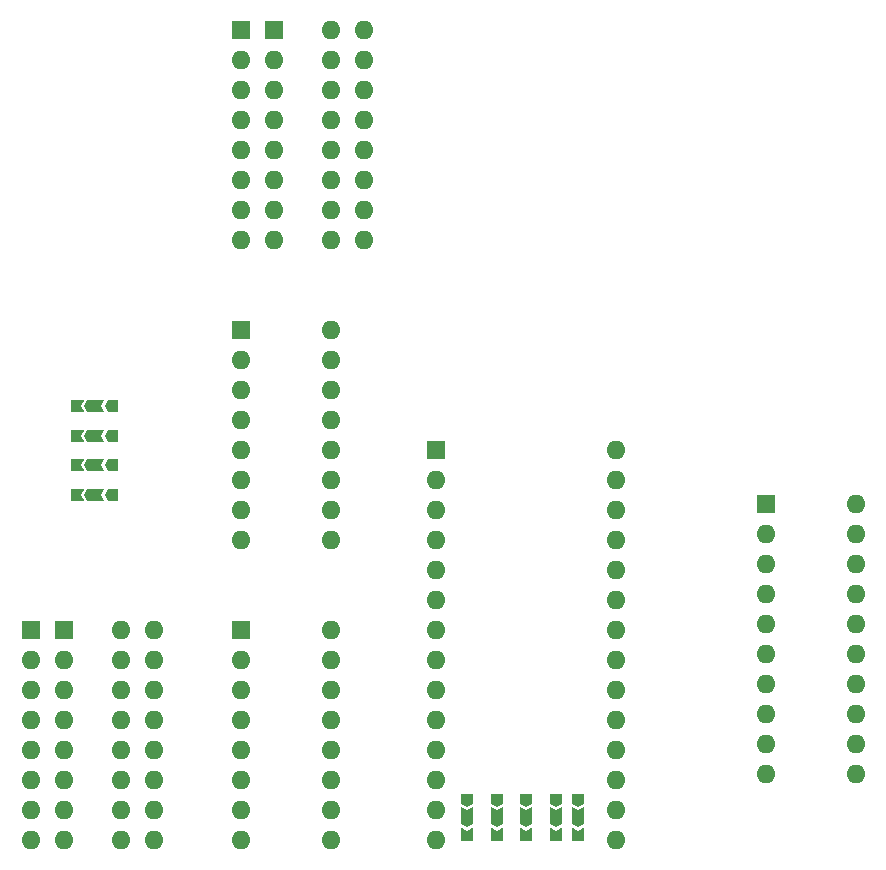
<source format=gbr>
%TF.GenerationSoftware,KiCad,Pcbnew,(7.0.0)*%
%TF.CreationDate,2023-08-04T18:21:46+01:00*%
%TF.ProjectId,DataIOROM,44617461-494f-4524-9f4d-2e6b69636164,rev?*%
%TF.SameCoordinates,Original*%
%TF.FileFunction,Soldermask,Bot*%
%TF.FilePolarity,Negative*%
%FSLAX46Y46*%
G04 Gerber Fmt 4.6, Leading zero omitted, Abs format (unit mm)*
G04 Created by KiCad (PCBNEW (7.0.0)) date 2023-08-04 18:21:46*
%MOMM*%
%LPD*%
G01*
G04 APERTURE LIST*
G04 Aperture macros list*
%AMFreePoly0*
4,1,28,0.437580,0.475466,0.437668,0.475471,0.437749,0.475396,0.437854,0.475354,0.437887,0.475272,0.437952,0.475214,0.662952,0.000214,0.662953,0.000188,0.662972,0.000168,0.662963,0.000000,0.662972,-0.000168,0.662953,-0.000188,0.662952,-0.000214,0.437952,-0.475214,0.437887,-0.475272,0.437854,-0.475354,0.437749,-0.475396,0.437668,-0.475471,0.437580,-0.475466,0.437500,-0.475500,
-0.462500,-0.475500,-0.462854,-0.475354,-0.463000,-0.475000,-0.463000,0.475000,-0.462854,0.475354,-0.462500,0.475500,0.437500,0.475500,0.437580,0.475466,0.437580,0.475466,$1*%
%AMFreePoly1*
4,1,45,0.592573,0.475469,0.592656,0.475476,0.592745,0.475398,0.592854,0.475354,0.592885,0.475277,0.592946,0.475225,0.832946,0.000225,0.832948,0.000187,0.832976,0.000156,0.832963,0.000000,0.832976,-0.000156,0.832948,-0.000187,0.832946,-0.000225,0.592946,-0.475225,0.592885,-0.475277,0.592854,-0.475354,0.592745,-0.475398,0.592656,-0.475476,0.592573,-0.475469,0.592500,-0.475500,
-0.837500,-0.475500,-0.837602,-0.475457,-0.837714,-0.475452,-0.837772,-0.475387,-0.837854,-0.475354,-0.837896,-0.475249,-0.837971,-0.475168,-0.837966,-0.475080,-0.838000,-0.475000,-0.837957,-0.474897,-0.837952,-0.474786,-0.613053,0.000000,-0.837952,0.474786,-0.837957,0.474897,-0.838000,0.475000,-0.837966,0.475080,-0.837971,0.475168,-0.837896,0.475249,-0.837854,0.475354,-0.837772,0.475387,
-0.837714,0.475452,-0.837602,0.475457,-0.837500,0.475500,0.592500,0.475500,0.592573,0.475469,0.592573,0.475469,$1*%
%AMFreePoly2*
4,1,30,0.437854,0.475354,0.438000,0.475000,0.438000,-0.475000,0.437854,-0.475354,0.437500,-0.475500,-0.682500,-0.475500,-0.682608,-0.475455,-0.682725,-0.475446,-0.682777,-0.475385,-0.682854,-0.475354,-0.682898,-0.475245,-0.682976,-0.475156,-0.682969,-0.475073,-0.683000,-0.475000,-0.682955,-0.474891,-0.682946,-0.474775,-0.443060,0.000000,-0.682946,0.474775,-0.682955,0.474891,-0.683000,0.475000,
-0.682969,0.475073,-0.682976,0.475156,-0.682898,0.475245,-0.682854,0.475354,-0.682777,0.475385,-0.682725,0.475446,-0.682608,0.475455,-0.682500,0.475500,0.437500,0.475500,0.437854,0.475354,0.437854,0.475354,$1*%
G04 Aperture macros list end*
%ADD10R,1.600000X1.600000*%
%ADD11O,1.600000X1.600000*%
%ADD12FreePoly0,270.000000*%
%ADD13FreePoly1,270.000000*%
%ADD14FreePoly2,270.000000*%
%ADD15FreePoly0,180.000000*%
%ADD16FreePoly1,180.000000*%
%ADD17FreePoly2,180.000000*%
G04 APERTURE END LIST*
D10*
%TO.C,U180*%
X121449799Y-107187999D03*
D11*
X121449799Y-109727999D03*
X121449799Y-112267999D03*
X121449799Y-114807999D03*
X121449799Y-117347999D03*
X121449799Y-119887999D03*
X121449799Y-122427999D03*
X121449799Y-124967999D03*
X129069799Y-124967999D03*
X129069799Y-122427999D03*
X129069799Y-119887999D03*
X129069799Y-117347999D03*
X129069799Y-114807999D03*
X129069799Y-112267999D03*
X129069799Y-109727999D03*
X129069799Y-107187999D03*
%TD*%
D10*
%TO.C,U70*%
X139229799Y-56387999D03*
D11*
X139229799Y-58927999D03*
X139229799Y-61467999D03*
X139229799Y-64007999D03*
X139229799Y-66547999D03*
X139229799Y-69087999D03*
X139229799Y-71627999D03*
X139229799Y-74167999D03*
X146849799Y-74167999D03*
X146849799Y-71627999D03*
X146849799Y-69087999D03*
X146849799Y-66547999D03*
X146849799Y-64007999D03*
X146849799Y-61467999D03*
X146849799Y-58927999D03*
X146849799Y-56387999D03*
%TD*%
D10*
%TO.C,U18*%
X118655799Y-107187999D03*
D11*
X118655799Y-109727999D03*
X118655799Y-112267999D03*
X118655799Y-114807999D03*
X118655799Y-117347999D03*
X118655799Y-119887999D03*
X118655799Y-122427999D03*
X118655799Y-124967999D03*
X126275799Y-124967999D03*
X126275799Y-122427999D03*
X126275799Y-119887999D03*
X126275799Y-117347999D03*
X126275799Y-114807999D03*
X126275799Y-112267999D03*
X126275799Y-109727999D03*
X126275799Y-107187999D03*
%TD*%
D10*
%TO.C,U7*%
X136435799Y-56387999D03*
D11*
X136435799Y-58927999D03*
X136435799Y-61467999D03*
X136435799Y-64007999D03*
X136435799Y-66547999D03*
X136435799Y-69087999D03*
X136435799Y-71627999D03*
X136435799Y-74167999D03*
X144055799Y-74167999D03*
X144055799Y-71627999D03*
X144055799Y-69087999D03*
X144055799Y-66547999D03*
X144055799Y-64007999D03*
X144055799Y-61467999D03*
X144055799Y-58927999D03*
X144055799Y-56387999D03*
%TD*%
D12*
%TO.C,J3*%
X160625800Y-121488000D03*
D13*
X160625800Y-123063000D03*
D14*
X160625800Y-124638000D03*
%TD*%
D12*
%TO.C,J2*%
X158115800Y-121488000D03*
D13*
X158115800Y-123063000D03*
D14*
X158115800Y-124638000D03*
%TD*%
D15*
%TO.C,J11*%
X125640800Y-95758000D03*
D16*
X124065800Y-95758000D03*
D17*
X122490800Y-95758000D03*
%TD*%
D10*
%TO.C,U14*%
X136435799Y-81787999D03*
D11*
X136435799Y-84327999D03*
X136435799Y-86867999D03*
X136435799Y-89407999D03*
X136435799Y-91947999D03*
X136435799Y-94487999D03*
X136435799Y-97027999D03*
X136435799Y-99567999D03*
X144055799Y-99567999D03*
X144055799Y-97027999D03*
X144055799Y-94487999D03*
X144055799Y-91947999D03*
X144055799Y-89407999D03*
X144055799Y-86867999D03*
X144055799Y-84327999D03*
X144055799Y-81787999D03*
%TD*%
D12*
%TO.C,J1*%
X155605800Y-121488000D03*
D13*
X155605800Y-123063000D03*
D14*
X155605800Y-124638000D03*
%TD*%
D15*
%TO.C,J7*%
X125640800Y-90738000D03*
D16*
X124065800Y-90738000D03*
D17*
X122490800Y-90738000D03*
%TD*%
D10*
%TO.C,U19*%
X136435799Y-107187999D03*
D11*
X136435799Y-109727999D03*
X136435799Y-112267999D03*
X136435799Y-114807999D03*
X136435799Y-117347999D03*
X136435799Y-119887999D03*
X136435799Y-122427999D03*
X136435799Y-124967999D03*
X144055799Y-124967999D03*
X144055799Y-122427999D03*
X144055799Y-119887999D03*
X144055799Y-117347999D03*
X144055799Y-114807999D03*
X144055799Y-112267999D03*
X144055799Y-109727999D03*
X144055799Y-107187999D03*
%TD*%
D10*
%TO.C,U20*%
X152945799Y-91947999D03*
D11*
X152945799Y-94487999D03*
X152945799Y-97027999D03*
X152945799Y-99567999D03*
X152945799Y-102107999D03*
X152945799Y-104647999D03*
X152945799Y-107187999D03*
X152945799Y-109727999D03*
X152945799Y-112267999D03*
X152945799Y-114807999D03*
X152945799Y-117347999D03*
X152945799Y-119887999D03*
X152945799Y-122427999D03*
X152945799Y-124967999D03*
X168185799Y-124967999D03*
X168185799Y-122427999D03*
X168185799Y-119887999D03*
X168185799Y-117347999D03*
X168185799Y-114807999D03*
X168185799Y-112267999D03*
X168185799Y-109727999D03*
X168185799Y-107187999D03*
X168185799Y-104647999D03*
X168185799Y-102107999D03*
X168185799Y-99567999D03*
X168185799Y-97027999D03*
X168185799Y-94487999D03*
X168185799Y-91947999D03*
%TD*%
D10*
%TO.C,U3*%
X180885799Y-96519999D03*
D11*
X180885799Y-99059999D03*
X180885799Y-101599999D03*
X180885799Y-104139999D03*
X180885799Y-106679999D03*
X180885799Y-109219999D03*
X180885799Y-111759999D03*
X180885799Y-114299999D03*
X180885799Y-116839999D03*
X180885799Y-119379999D03*
X188505799Y-119379999D03*
X188505799Y-116839999D03*
X188505799Y-114299999D03*
X188505799Y-111759999D03*
X188505799Y-109219999D03*
X188505799Y-106679999D03*
X188505799Y-104139999D03*
X188505799Y-101599999D03*
X188505799Y-99059999D03*
X188505799Y-96519999D03*
%TD*%
D15*
%TO.C,J8*%
X125640800Y-93248000D03*
D16*
X124065800Y-93248000D03*
D17*
X122490800Y-93248000D03*
%TD*%
D15*
%TO.C,J6*%
X125640800Y-88228000D03*
D16*
X124065800Y-88228000D03*
D17*
X122490800Y-88228000D03*
%TD*%
D12*
%TO.C,J5*%
X164973000Y-121488000D03*
D13*
X164973000Y-123063000D03*
D14*
X164973000Y-124638000D03*
%TD*%
D12*
%TO.C,J4*%
X163135800Y-121488000D03*
D13*
X163135800Y-123063000D03*
D14*
X163135800Y-124638000D03*
%TD*%
M02*

</source>
